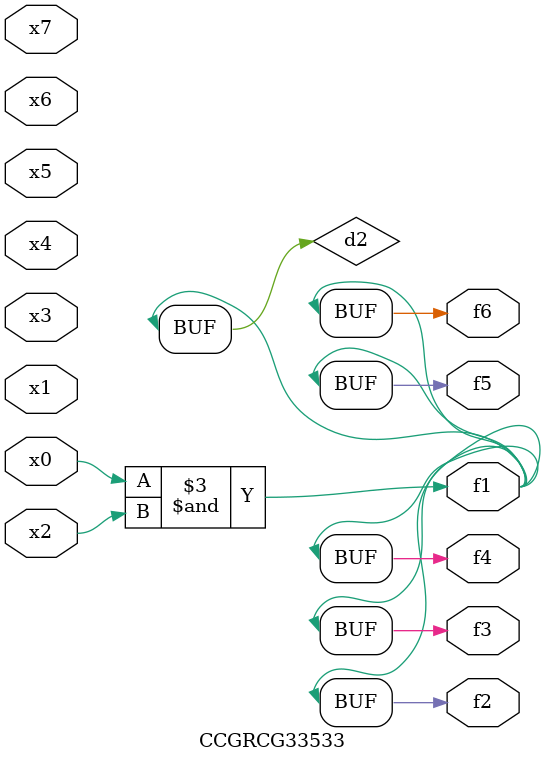
<source format=v>
module CCGRCG33533(
	input x0, x1, x2, x3, x4, x5, x6, x7,
	output f1, f2, f3, f4, f5, f6
);

	wire d1, d2;

	nor (d1, x3, x6);
	and (d2, x0, x2);
	assign f1 = d2;
	assign f2 = d2;
	assign f3 = d2;
	assign f4 = d2;
	assign f5 = d2;
	assign f6 = d2;
endmodule

</source>
